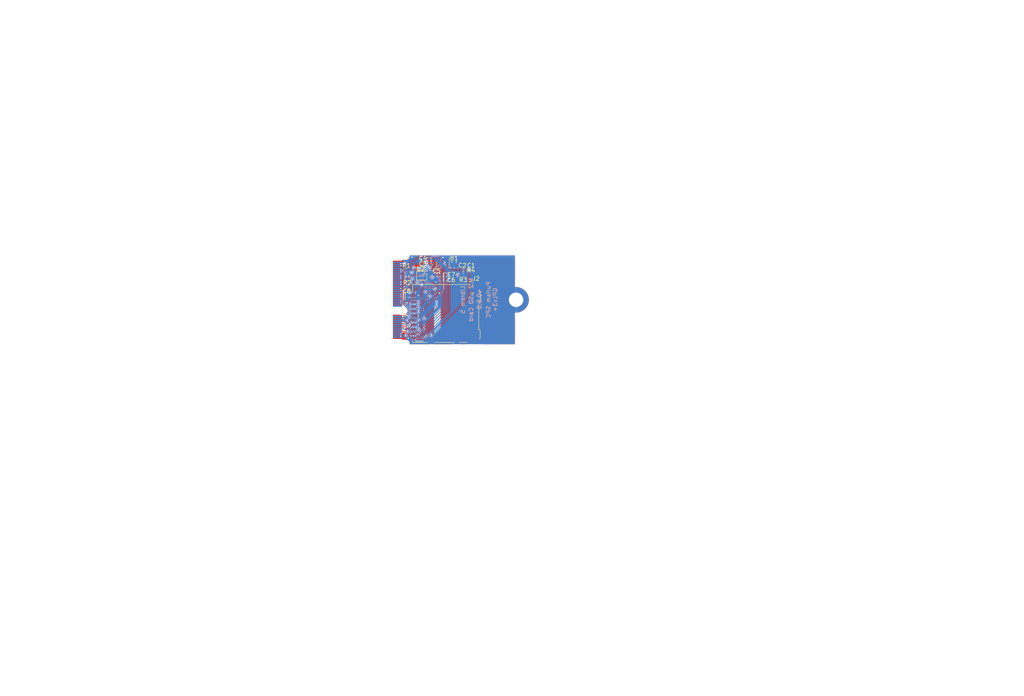
<source format=kicad_pcb>
(kicad_pcb (version 20240108) (generator "pcbnew") (generator_version "8.0")
  (title_block (title "M.2 SD Card") (date "2023-05-11") (rev "v0.5.0") (company "Purism SPC") (comment 1 "GNU GPLv3+"))
  (layers (0 "F.Cu" signal) (1 "In1.Cu" signal) (2 "In2.Cu" signal) (31 "B.Cu" signal) (34 "B.Paste" user) (35 "F.Paste" user) (36 "B.SilkS" user "B.Silkscreen") (37 "F.SilkS" user "F.Silkscreen") (38 "B.Mask" user) (39 "F.Mask" user) (44 "Edge.Cuts" user))
  (net 0 "")
  (net 1 "+3V3")
  (net 2 "GND")
  (net 3 "/USB_DP")
  (net 4 "/USB_DN")
  (net 5 "/SDIO_CLK")
  (net 6 "/SDIO_CMD")
  (net 7 "/~{SDIO_WAKE}")
  (net 8 "/~{SDIO_RST}")
  (net 9 "Net-(U2-VCCB)")
  (net 24 "/I2S_TXC")
  (net 25 "/I2S_TXFS")
  (net 26 "/BT_WAKE")
  (net 27 "/SoC_UART_RX")
  (net 28 "/SoC_UART_TX")
  (net 29 "/UART_RTS")
  (net 30 "/UART_CTS")
  (net 39 "/BT_REG_ON")
  (net 40 "/WIFI_REG_ON")
  (net 49 "/SDIO_DATA0")
  (net 50 "/SDIO_DATA1")
  (net 51 "/SDIO_DATA2")
  (net 52 "/I2S_RXD")
  (net 53 "/I2S_TXD")
  (net 54 "/SDIO_DATA3")
  (net 55 "+1V8")
  (net 57 "Net-(J2-DAT2)")
  (net 58 "Net-(J2-DAT3{slash}CD)")
  (net 59 "Net-(J2-CMD)")
  (net 60 "Net-(J2-CLK)")
  (net 61 "Net-(J2-DAT0)")
  (net 62 "Net-(J2-DAT1)")
  (net 63 "Net-(U2-CLK_FB)")
  (net 64 "Net-(U2-SEL)")
  (net 65 "Net-(U2-CD)")
  (footprint "Capacitor_SMD:C_0402_1005Metric" (layer "F.Cu") (at 133.4 87.3 90)
    (property "Reference" "C2")
    (property "Value" "100nF" (hide yes))
  )
  (footprint "Capacitor_SMD:C_0402_1005Metric" (layer "F.Cu") (at 131.3 88.9)
    (property "Reference" "C7")
    (property "Value" "22uF" (hide yes))
  )
  (footprint "Capacitor_SMD:C_0402_1005Metric" (layer "F.Cu") (at 122.5 94.455 90)
    (property "Reference" "C8")
    (property "Value" "100nF" (hide yes))
  )
  (footprint "m2-sd-card:M.2_Mounting_Hole" (layer "F.Cu") (at 148.85 95 90)
    (property "Reference" "H1" (hide yes))
    (property "Value" "MountingHole_Pad" (hide yes))
  )
  (footprint "m2-sd-card:M.2_Key_E_Gold_Fingers" (layer "F.Cu") (at 120 95 -90)
    (property "Reference" "J1" (hide yes))
    (property "Value" "M.2_Key_E" (hide yes))
  )
  (footprint "Capacitor_SMD:C_0402_1005Metric" (layer "F.Cu") (at 131.3 89.9)
    (property "Reference" "C6")
    (property "Value" "22uF" (hide yes))
  )
  (footprint "Package_TO_SOT_SMD:SOT-23" (layer "F.Cu") (at 131.2 86.4 -90)
    (property "Reference" "U1")
    (property "Value" "AP2120N-1.8" (hide yes))
  )
  (footprint "Connector_Card:microSD_HC_Hirose_DM3AT-SF-PEJM5" (layer "F.Cu") (at 131.8 98.3 90)
    (property "Reference" "J2")
    (property "Value" "Micro_SD_Card_Det2" (hide yes))
  )
  (footprint "Capacitor_SMD:C_0402_1005Metric" (layer "F.Cu") (at 134.4 87.3 90)
    (property "Reference" "C1")
    (property "Value" "1uF" (hide yes))
  )
  (footprint "Resistor_SMD:R_0402_1005Metric" (layer "F.Cu") (at 136.1 89)
    (property "Reference" "R3")
    (property "Value" "0" (hide yes))
  )
  (footprint "m2-sd-card:MicroSD" (layer "F.Cu") (at 131.8 98.3 90)
    (property "Reference" "REF**" (hide yes))
    (property "Value" "MicroSD" (hide yes))
  )
  (footprint "Fiducial:Fiducial_0.5mm_Mask1mm" (layer "F.Cu") (at 147 104)
    (property "Reference" "FID3" (hide yes))
    (property "Value" "Fiducial" (hide yes))
  )
  (footprint "Fiducial:Fiducial_0.5mm_Mask1mm" (layer "F.Cu") (at 137 85.5)
    (property "Reference" "FID1" (hide yes))
    (property "Value" "Fiducial" (hide yes))
  )
  (footprint "m2-sd-card:NVT4857UK" (layer "F.Cu") (at 126.1 89.2 -90)
    (property "Reference" "U2")
    (property "Value" "NVT4857UK" (hide yes))
  )
  (footprint "Resistor_SMD:R_0402_1005Metric" (layer "F.Cu") (at 136.1 87.78)
    (property "Reference" "R4")
    (property "Value" "100k" (hide yes))
  )
  (footprint "Resistor_SMD:R_0402_1005Metric" (layer "F.Cu") (at 122.4 87.9)
    (property "Reference" "R1")
    (property "Value" "0" (hide yes))
  )
  (footprint "Fiducial:Fiducial_0.5mm_Mask1mm" (layer "F.Cu") (at 142.5 96)
    (property "Reference" "FID2" (hide yes))
    (property "Value" "Fiducial" (hide yes))
  )
  (footprint "Capacitor_SMD:C_0402_1005Metric" (layer "F.Cu") (at 129.469 89.4 -90)
    (property "Reference" "C5")
    (property "Value" "2.2uF" (hide yes))
  )
  (footprint "Resistor_SMD:R_0402_1005Metric" (layer "F.Cu") (at 122.6 89.4 90)
    (property "Reference" "R2")
    (property "Value" "0" (hide yes))
  )
  (footprint "Capacitor_SMD:C_0402_1005Metric" (layer "F.Cu") (at 128.4 85.3 180)
    (property "Reference" "C4")
    (property "Value" "1uF" (hide yes))
  )
  (footprint "Capacitor_SMD:C_0402_1005Metric" (layer "F.Cu") (at 128.5 86.8 135)
    (property "Reference" "C3")
    (property "Value" "100nF" (hide yes))
  )
  (gr_line (start 122.85 84.575) (end 122.85 84) (stroke (width 0.05)) (layer "Edge.Cuts"))
  (gr_line (start 118.85 97.025) (end 121.75 97.025) (stroke (width 0.05)) (layer "Edge.Cuts"))
  (gr_arc (start 122.85 84.575) (mid 122.703553 84.928553) (end 122.35 85.075) (stroke (width 0.05)) (layer "Edge.Cuts"))
  (gr_line (start 118.85 85.075) (end 118.85 97.025) (stroke (width 0.05)) (layer "Edge.Cuts"))
  (gr_line (start 122.85 105.425) (end 122.85 106) (stroke (width 0.05)) (layer "Edge.Cuts"))
  (gr_arc (start 121.75 97.025) (mid 122.35 97.625) (end 121.75 98.225) (stroke (width 0.05)) (layer "Edge.Cuts"))
  (gr_line (start 118.85 85.075) (end 122.35 85.075) (stroke (width 0.05)) (layer "Edge.Cuts"))
  (gr_line (start 118.85 98.225) (end 118.85 104.925) (stroke (width 0.05)) (layer "Edge.Cuts"))
  (gr_line (start 148.85 106) (end 148.85 84) (stroke (width 0.05)) (layer "Edge.Cuts"))
  (gr_line (start 122.35 104.925) (end 118.85 104.925) (stroke (width 0.05)) (layer "Edge.Cuts"))
  (gr_line (start 148.85 84) (end 122.85 84) (stroke (width 0.05)) (layer "Edge.Cuts"))
  (gr_line (start 122.85 106) (end 148.85 106) (stroke (width 0.05)) (layer "Edge.Cuts"))
  (gr_line (start 121.75 98.225) (end 118.85 98.225) (stroke (width 0.05)) (layer "Edge.Cuts"))
  (gr_arc (start 122.35 104.925) (mid 122.703553 105.071447) (end 122.85 105.425) (stroke (width 0.05)) (layer "Edge.Cuts"))
  (gr_text "Purism SPC\nGPLv3+" (at 143 95 90) (layer "B.SilkS") (effects (font (size 1 1)) (justify mirror)))
  (gr_text "M.2 μSD Card" (at 138 95 90) (layer "B.SilkS") (effects (font (size 1 1)) (justify mirror)))
  (gr_text "v0.5.0" (at 140 95 90) (layer "B.SilkS") (effects (font (size 1 1)) (justify mirror)))
  (gr_text "Librem 5" (at 136 95 90) (layer "B.SilkS") (effects (font (size 1 1)) (justify mirror)))
  (gr_text "E" (at 122 98.75 270) (layer "F.SilkS") (effects (font (size 1 1))))
  (segment (start 125.5 94.8) (end 125.9 95.2) (width 0.203321) (layer "F.Cu") (net 1))
  (segment (start 133.6 87.78) (end 134.6 87.78) (width 0.203321) (layer "F.Cu") (net 1))
  (segment (start 125.9 98.225) (end 125.3 98.825) (width 0.203321) (layer "F.Cu") (net 1))
  (segment (start 130.82 88.9) (end 130.82 87.7175) (width 0.203321) (layer "F.Cu") (net 1))
  (segment (start 128.2 95.2) (end 130.82 92.58) (width 0.203321) (layer "F.Cu") (net 1))
  (segment (start 134.4 87.78) (end 135.59 87.78) (width 0.203321) (layer "F.Cu") (net 1))
  (segment (start 131.6425 87.78) (end 133.6 87.78) (width 0.203321) (layer "F.Cu") (net 1))
  (segment (start 125.9 95.2) (end 128.2 95.2) (width 0.203321) (layer "F.Cu") (net 1))
  (segment (start 130.82 87.7175) (end 131.2 87.3375) (width 0.203321) (layer "F.Cu") (net 1))
  (segment (start 125.3 98.825) (end 124.075 98.825) (width 0.203321) (layer "F.Cu") (net 1))
  (segment (start 122.588533 95.700631) (end 122.5 95.612098) (width 0.203321) (layer "F.Cu") (net 1))
  (segment (start 122.5 95.612098) (end 122.5 94.935) (width 0.203321) (layer "F.Cu") (net 1))
  (segment (start 130.82 88.9) (end 130.82 89.9) (width 0.203321) (layer "F.Cu") (net 1))
  (segment (start 125.9 95.2) (end 125.9 98.225) (width 0.203321) (layer "F.Cu") (net 1))
  (segment (start 126.9 89.4) (end 127.792658 89.4) (width 0.203321) (layer "F.Cu") (net 1))
  (segment (start 130.6 88.3) (end 130.82 88.52) (width 0.203321) (layer "F.Cu") (net 1))
  (segment (start 122.635 94.8) (end 125.5 94.8) (width 0.203321) (layer "F.Cu") (net 1))
  (segment (start 130.82 88.52) (end 130.82 88.9) (width 0.203321) (layer "F.Cu") (net 1))
  (segment (start 127.792658 89.4) (end 128.892658 88.3) (width 0.203321) (layer "F.Cu") (net 1))
  (segment (start 128.892658 88.3) (end 130.6 88.3) (width 0.203321) (layer "F.Cu") (net 1))
  (segment (start 122.5 94.935) (end 122.635 94.8) (width 0.203321) (layer "F.Cu") (net 1))
  (segment (start 130.82 89.9) (end 130.82 92.58) (width 0.203321) (layer "F.Cu") (net 1))
  (segment (start 131.2 87.3375) (end 131.6425 87.78) (width 0.203321) (layer "F.Cu") (net 1))
  (via (at 130.328076 93.394033) (size 0.7) (drill 0.3) (layers "F.Cu" "B.Cu") (net 1))
  (via (at 122.588533 95.700631) (size 0.7) (drill 0.3) (layers "F.Cu" "B.Cu") (net 1))
  (via (at 122.2306 103.597973) (size 0.6) (drill 0.254) (layers "F.Cu" "B.Cu") (net 1))
  (via (at 125.3 98.825) (size 0.7) (drill 0.3) (layers "F.Cu" "B.Cu") (net 1))
  (via (at 121.92 86.25) (size 0.7) (drill 0.3) (layers "F.Cu" "B.Cu") (net 1))
  (segment (start 120.25 104) (end 121.828573 104) (width 0.203321) (layer "B.Cu") (net 1))
  (segment (start 120.25 86.5) (end 121.67 86.5) (width 0.203321) (layer "B.Cu") (net 1))
  (segment (start 122.132627 103.5) (end 122.2306 103.597973) (width 0.203321) (layer "B.Cu") (net 1))
  (segment (start 121.67 86.5) (end 121.92 86.25) (width 0.203321) (layer "B.Cu") (net 1))
  (segment (start 121.67 86) (end 121.92 86.25) (width 0.203321) (layer "B.Cu") (net 1))
  (segment (start 120.25 86) (end 121.67 86) (width 0.203321) (layer "B.Cu") (net 1))
  (segment (start 121.828573 104) (end 122.2306 103.597973) (width 0.203321) (layer "B.Cu") (net 1))
  (segment (start 120.25 103.5) (end 122.132627 103.5) (width 0.203321) (layer "B.Cu") (net 1))
  (segment (start 121.6 104) (end 121.850334 104.250334) (width 0.203321) (layer "F.Cu") (net 2))
  (segment (start 120 102.75) (end 121.05 102.75) (width 0.203321) (layer "F.Cu") (net 2))
  (segment (start 121.35 104.25) (end 120 104.25) (width 0.203321) (layer "F.Cu") (net 2))
  (segment (start 121.6 104) (end 121.35 104.25) (width 0.203321) (layer "F.Cu") (net 2))
  (segment (start 121.6 103.3) (end 121.6 104) (width 0.203321) (layer "F.Cu") (net 2))
  (segment (start 120 96.25) (end 121.071 96.25) (width 0.203321) (layer "F.Cu") (net 2))
  (segment (start 121.05 102.75) (end 121.6 103.3) (width 0.203321) (layer "F.Cu") (net 2))
  (segment (start 123.875 101.025) (end 123.1 101.8) (width 0.203321) (layer "F.Cu") (net 2))
  (segment (start 124.075 101.025) (end 123.875 101.025) (width 0.203321) (layer "F.Cu") (net 2))
  (segment (start 121.071 96.25) (end 121.169679 96.151321) (width 0.203321) (layer "F.Cu") (net 2))
  (segment (start 120 94.75) (end 121.17 94.75) (width 0.203321) (layer "F.Cu") (net 2))
  (segment (start 124.075 101.025) (end 123.825 101.025) (width 0.203321) (layer "F.Cu") (net 2))
  (segment (start 121.850334 104.250334) (end 122.865172 104.250334) (width 0.203321) (layer "F.Cu") (net 2))
  (segment (start 128.8625 105.6125) (end 129.6 105.6125) (width 0.175) (layer "F.Cu") (net 2))
  (segment (start 120 93.25) (end 121.17 93.25) (width 0.203321) (layer "F.Cu") (net 2))
  (segment (start 127.92 86.22) (end 128.160589 86.460589) (width 0.508) (layer "F.Cu") (net 2))
  (segment (start 123.4 100.6) (end 123.056617 100.256617) (width 0.203321) (layer "F.Cu") (net 2))
  (segment (start 121.169679 92.569679) (end 121.169679 96.151321) (width 0.203321) (layer "F.Cu") (net 2))
  (segment (start 127.8875 105.6125) (end 127.2 105.6125) (width 0.175) (layer "F.Cu") (net 2))
  (segment (start 127.92 85.3) (end 127.92 86.22) (width 0.508) (layer "F.Cu") (net 2))
  (segment (start 128.375 105.125) (end 128.8625 105.6125) (width 0.175) (layer "F.Cu") (net 2))
  (segment (start 123.825 101.025) (end 123.4 100.6) (width 0.203321) (layer "F.Cu") (net 2))
  (segment (start 128.375 105.125) (end 127.8875 105.6125) (width 0.175) (layer "F.Cu") (net 2))
  (via (at 125.3 101.025) (size 0.7) (drill 0.3) (layers "F.Cu" "B.Cu") (net 2))
  (via (at 125.3 93.975) (size 0.7) (drill 0.3) (layers "F.Cu" "B.Cu") (net 2))
  (via (at 122.865172 104.250334) (size 0.7) (drill 0.3) (layers "F.Cu" "B.Cu") (net 2))
  (via (at 134.4 85.9) (size 0.7) (drill 0.3) (layers "F.Cu" "B.Cu") (net 2))
  (via micro (at 126.1 89) (size 0.221) (drill 0.1016) (layers "F.Cu" "In1.Cu") (net 2))
  (via (at 122.7 93.2) (size 0.7) (drill 0.3) (layers "F.Cu" "B.Cu") (net 2))
  (via (at 132.7 88.9) (size 0.7) (drill 0.3) (layers "F.Cu" "B.Cu") (net 2))
  (via (at 131.2 84.8) (size 0.7) (drill 0.3) (layers "F.Cu" "B.Cu") (net 2))
  (via (at 126.02334 85.249869) (size 0.7) (drill 0.3) (layers "F.Cu" "B.Cu") (net 2))
  (via (at 129.469 90.694564) (size 0.7) (drill 0.3) (layers "F.Cu" "B.Cu") (net 2))
  (via (at 133.4 85.9) (size 0.7) (drill 0.3) (layers "F.Cu" "B.Cu") (net 2))
  (via (at 132.7 89.9) (size 0.7) (drill 0.3) (layers "F.Cu" "B.Cu") (net 2))
  (via (at 123.8 84.74973) (size 0.7) (drill 0.3) (layers "F.Cu" "B.Cu") (net 2))
  (via micro (at 126.1 89.4) (size 0.221) (drill 0.1016) (layers "F.Cu" "In1.Cu") (net 2))
  (via (at 121.841924 91.893193) (size 0.6) (drill 0.254) (layers "F.Cu" "B.Cu") (net 2))
  (via (at 123.6 91) (size 0.7) (drill 0.3) (layers "F.Cu" "B.Cu") (net 2))
  (via (at 133.4 84.8) (size 0.7) (drill 0.3) (layers "F.Cu" "B.Cu") (net 2))
  (segment (start 120 102.25) (end 121.15 102.25) (width 0.203321) (layer "F.Cu") (net 5))
  (segment (start 121.15 102.25) (end 121.584732 102.684732) (width 0.203321) (layer "F.Cu") (net 5))
  (segment (start 121.584732 102.684732) (end 122.698486 102.684732) (width 0.203321) (layer "F.Cu") (net 5))
  (via micro (at 125.7 89) (size 0.221) (drill 0.1016) (layers "F.Cu" "In1.Cu") (net 5))
  (via (at 123.718427 88.331635) (size 0.7) (drill 0.3) (layers "F.Cu" "B.Cu") (net 5))
  (via (at 122.698486 102.684732) (size 0.6) (drill 0.254) (layers "F.Cu" "B.Cu") (net 5))
  (segment (start 123.6 88.213208) (end 123.6 87) (width 0.203321) (layer "B.Cu") (net 5))
  (segment (start 132 90.2) (end 132.8 91) (width 0.203321) (layer "B.Cu") (net 5))
  (segment (start 124.316566 104.8) (end 122.698486 103.18192) (width 0.203321) (layer "B.Cu") (net 5))
  (segment (start 127.546706 103.053294) (end 127.546706 103.506087) (width 0.203321) (layer "B.Cu") (net 5))
  (segment (start 128.95 85.3) (end 132 88.35) (width 0.203321) (layer "B.Cu") (net 5))
  (segment (start 122.698486 103.18192) (end 122.698486 102.684732) (width 0.203321) (layer "B.Cu") (net 5))
  (segment (start 123.6 87) (end 124.2 86.4) (width 0.203321) (layer "B.Cu") (net 5))
  (segment (start 126.252793 104.8) (end 124.316566 104.8) (width 0.203321) (layer "B.Cu") (net 5))
  (segment (start 132 88.35) (end 132 90.2) (width 0.203321) (layer "B.Cu") (net 5))
  (segment (start 124.2 86.4) (end 125.704834 86.4) (width 0.203321) (layer "B.Cu") (net 5))
  (segment (start 126.804834 85.3) (end 128.95 85.3) (width 0.203321) (layer "B.Cu") (net 5))
  (segment (start 123.718427 88.331635) (end 123.6 88.213208) (width 0.203321) (layer "B.Cu") (net 5))
  (segment (start 132.8 97.8) (end 127.546706 103.053294) (width 0.203321) (layer "B.Cu") (net 5))
  (segment (start 125.704834 86.4) (end 126.804834 85.3) (width 0.203321) (layer "B.Cu") (net 5))
  (segment (start 127.546706 103.506087) (end 126.252793 104.8) (width 0.203321) (layer "B.Cu") (net 5))
  (segment (start 132.8 91) (end 132.8 97.8) (width 0.203321) (layer "B.Cu") (net 5))
  (segment (start 121.868866 101.997256) (end 121.62161 101.75) (width 0.203321) (layer "F.Cu") (net 6))
  (segment (start 127 86.2) (end 126.1 87.1) (width 0.203321) (layer "F.Cu") (net 6))
  (segment (start 127 85.923183) (end 127 86.2) (width 0.203321) (layer "F.Cu") (net 6))
  (segment (start 121.62161 101.75) (end 120 101.75) (width 0.203321) (layer "F.Cu") (net 6))
  (segment (start 126.1 87.1) (end 126.1 88.6) (width 0.203321) (layer "F.Cu") (net 6))
  (via (at 127 85.923183) (size 0.7) (drill 0.3) (layers "F.Cu" "B.Cu") (net 6))
  (via (at 121.868866 101.997256) (size 0.6) (drill 0.254) (layers "F.Cu" "B.Cu") (net 6))
  (segment (start 128.873183 85.923183) (end 127 85.923183) (width 0.203321) (layer "B.Cu") (net 6))
  (segment (start 127.216385 103.244339) (end 127.216385 102.653594) (width 0.203321) (layer "B.Cu") (net 6))
  (segment (start 121.868866 101.997256) (end 121.96042 102.08881) (width 0.203321) (layer "B.Cu") (net 6))
  (segment (start 124.446353 104.385667) (end 126.075057 104.385667) (width 0.203321) (layer "B.Cu") (net 6))
  (segment (start 131.569617 90.336921) (end 131.569617 88.619617) (width 0.203321) (layer "B.Cu") (net 6))
  (segment (start 132.38004 91.147344) (end 131.569617 90.336921) (width 0.203321) (layer "B.Cu") (net 6))
  (segment (start 122.88881 102.08881) (end 123.233531 102.433531) (width 0.203321) (layer "B.Cu") (net 6))
  (segment (start 126.075057 104.385667) (end 127.216385 103.244339) (width 0.203321) (layer "B.Cu") (net 6))
  (segment (start 127.216385 102.653594) (end 132.38004 97.489939) (width 0.203321) (layer "B.Cu") (net 6))
  (segment (start 123.233531 102.433531) (end 123.233531 103.172845) (width 0.203321) (layer "B.Cu") (net 6))
  (segment (start 123.233531 103.172845) (end 124.446353 104.385667) (width 0.203321) (layer "B.Cu") (net 6))
  (segment (start 132.38004 97.489939) (end 132.38004 91.147344) (width 0.203321) (layer "B.Cu") (net 6))
  (segment (start 121.96042 102.08881) (end 122.88881 102.08881) (width 0.203321) (layer "B.Cu") (net 6))
  (segment (start 131.569617 88.619617) (end 128.873183 85.923183) (width 0.203321) (layer "B.Cu") (net 6))
  (segment (start 122.6 90.694773) (end 122.738048 90.832821) (width 0.203321) (layer "F.Cu") (net 7))
  (segment (start 123.110933 97.061282) (end 123.110933 98.188718) (width 0.203321) (layer "F.Cu") (net 7))
  (segment (start 122.738048 90.832821) (end 122.738048 92.312632) (width 0.203321) (layer "F.Cu") (net 7))
  (segment (start 122.049651 99.25) (end 120 99.25) (width 0.203321) (layer "F.Cu") (net 7))
  (segment (start 122.6 89.91) (end 122.6 90.694773) (width 0.203321) (layer "F.Cu") (net 7))
  (segment (start 121.9 93.15068) (end 121.9 95.850349) (width 0.203321) (layer "F.Cu") (net 7))
  (segment (start 123.110933 98.188718) (end 122.049651 99.25) (width 0.203321) (layer "F.Cu") (net 7))
  (segment (start 122.738048 92.312632) (end 121.9 93.15068) (width 0.203321) (layer "F.Cu") (net 7))
  (segment (start 121.9 95.850349) (end 123.110933 97.061282) (width 0.203321) (layer "F.Cu") (net 7))
  (segment (start 120 98.75) (end 122.057505 98.75) (width 0.203321) (layer "F.Cu") (net 8))
  (segment (start 122.762933 98.044572) (end 122.762933 97.205428) (width 0.203321) (layer "F.Cu") (net 8))
  (segment (start 122.407727 92.112381) (end 122.407727 91.017727) (width 0.203321) (layer "F.Cu") (net 8))
  (segment (start 121.5 93.020108) (end 122.407727 92.112381) (width 0.203321) (layer "F.Cu") (net 8))
  (segment (start 121.5 95.942495) (end 121.5 93.020108) (width 0.203321) (layer "F.Cu") (net 8))
  (segment (start 122.762933 97.205428) (end 121.5 95.942495) (width 0.203321) (layer "F.Cu") (net 8))
  (segment (start 122.407727 91.017727) (end 121.89 90.5) (width 0.203321) (layer "F.Cu") (net 8))
  (segment (start 122.057505 98.75) (end 122.762933 98.044572) (width 0.203321) (layer "F.Cu") (net 8))
  (segment (start 121.89 90.5) (end 121.89 87.9) (width 0.203321) (layer "F.Cu") (net 8))
  (segment (start 129.469 88.92) (end 129.28 88.92) (width 0.203321) (layer "F.Cu") (net 9))
  (segment (start 129.28 88.92) (end 128.7 89.5) (width 0.203321) (layer "F.Cu") (net 9))
  (segment (start 128.7 89.5) (end 128.6 89.5) (width 0.203321) (layer "F.Cu") (net 9))
  (via (at 128.6 89.5) (size 0.7) (drill 0.3) (layers "F.Cu" "B.Cu") (net 9))
  (via micro (at 126.5 89.4) (size 0.221) (drill 0.1016) (layers "F.Cu" "In1.Cu") (net 9))
  (segment (start 128.412817 103.494685) (end 127.505315 103.494685) (width 0.203321) (layer "F.Cu") (net 26))
  (segment (start 127.505315 103.494685) (end 126.825 104.175) (width 0.203321) (layer "F.Cu") (net 26))
  (segment (start 126.825 104.175) (end 124.075 104.175) (width 0.203321) (layer "F.Cu") (net 26))
  (segment (start 136.61 87.78) (end 136.61 88.4) (width 0.203321) (layer "F.Cu") (net 26))
  (segment (start 136.61 88.4) (end 136.61 89) (width 0.203321) (layer "F.Cu") (net 26))
  (segment (start 136.61 87.78) (end 137.5 87.78) (width 0.203321) (layer "F.Cu") (net 26))
  (via (at 137.5 87.78) (size 0.7) (drill 0.3) (layers "F.Cu" "B.Cu") (net 26))
  (via (at 128.412817 103.494685) (size 0.7) (drill 0.3) (layers "F.Cu" "B.Cu") (net 26))
  (segment (start 122 94.846111) (end 122 92.9) (width 0.203321) (layer "B.Cu") (net 26))
  (segment (start 121.746111 95.1) (end 122 94.846111) (width 0.203321) (layer "B.Cu") (net 26))
  (segment (start 123.91151 85.5) (end 124.425 85.5) (width 0.203321) (layer "B.Cu") (net 26))
  (segment (start 120.25 99.5) (end 121.398028 99.5) (width 0.203321) (layer "B.Cu") (net 26))
  (segment (start 137.5 94.407502) (end 137.5 87.78) (width 0.203321) (layer "B.Cu") (net 26))
  (segment (start 122.5 92.4) (end 122.5 91.788525) (width 0.203321) (layer "B.Cu") (net 26))
  (segment (start 130.166101 84.666101) (end 133.28 87.78) (width 0.203321) (layer "B.Cu") (net 26))
  (segment (start 122.5 91.788525) (end 122.180269 91.468794) (width 0.203321) (layer "B.Cu") (net 26))
  (segment (start 121.746111 96.146111) (end 121.746111 95.1) (width 0.203321) (layer "B.Cu") (net 26))
  (segment (start 122.764932 98.133096) (end 122.764932 97.164932) (width 0.203321) (layer "B.Cu") (net 26))
  (segment (start 125.258899 84.666101) (end 130.166101 84.666101) (width 0.203321) (layer "B.Cu") (net 26))
  (segment (start 128.412817 103.494685) (end 137.5 94.407502) (width 0.203321) (layer "B.Cu") (net 26))
  (segment (start 124.425 85.5) (end 125.258899 84.666101) (width 0.203321) (layer "B.Cu") (net 26))
  (segment (start 122.8084 86.980882) (end 122.8084 86.60311) (width 0.203321) (layer "B.Cu") (net 26))
  (segment (start 122.8084 86.60311) (end 123.91151 85.5) (width 0.203321) (layer "B.Cu") (net 26))
  (segment (start 133.28 87.78) (end 137.5 87.78) (width 0.203321) (layer "B.Cu") (net 26))
  (segment (start 122.180269 87.609013) (end 122.8084 86.980882) (width 0.203321) (layer "B.Cu") (net 26))
  (segment (start 122.180269 91.468794) (end 122.180269 87.609013) (width 0.203321) (layer "B.Cu") (net 26))
  (segment (start 122.764932 97.164932) (end 121.746111 96.146111) (width 0.203321) (layer "B.Cu") (net 26))
  (segment (start 121.398028 99.5) (end 122.764932 98.133096) (width 0.203321) (layer "B.Cu") (net 26))
  (segment (start 122 92.9) (end 122.5 92.4) (width 0.203321) (layer "B.Cu") (net 26))
  (segment (start 125.7 87.719814) (end 125.7 88.6) (width 0.203321) (layer "F.Cu") (net 49))
  (segment (start 121.485215 101.25) (end 120 101.25) (width 0.203321) (layer "F.Cu") (net 49))
  (segment (start 122.766335 101.386733) (end 121.621948 101.386733) (width 0.203321) (layer "F.Cu") (net 49))
  (segment (start 121.621948 101.386733) (end 121.485215 101.25) (width 0.203321) (layer "F.Cu") (net 49))
  (segment (start 125.360859 87.380673) (end 125.7 87.719814) (width 0.203321) (layer "F.Cu") (net 49))
  (via (at 122.766335 101.386733) (size 0.6) (drill 0.254) (layers "F.Cu" "B.Cu") (net 49))
  (via (at 125.360859 87.380673) (size 0.7) (drill 0.3) (layers "F.Cu" "B.Cu") (net 49))
  (segment (start 131.154568 90.441253) (end 131.154568 88.954568) (width 0.203321) (layer "B.Cu") (net 49))
  (segment (start 132 91.286685) (end 131.154568 90.441253) (width 0.203321) (layer "B.Cu") (net 49))
  (segment (start 126.022244 103.971336) (end 126.886064 103.107516) (width 0.203321) (layer "B.Cu") (net 49))
  (segment (start 126.886064 102.334489) (end 132 97.220553) (width 0.203321) (layer "B.Cu") (net 49))
  (segment (start 123.606789 102.339645) (end 123.606789 102.943128) (width 0.203321) (layer "B.Cu") (net 49))
  (segment (start 126.886064 103.107516) (end 126.886064 102.334489) (width 0.203321) (layer "B.Cu") (net 49))
  (segment (start 123.606789 102.943128) (end 124.634997 103.971336) (width 0.203321) (layer "B.Cu") (net 49))
  (segment (start 122.766335 101.386733) (end 122.766335 101.499191) (width 0.203321) (layer "B.Cu") (net 49))
  (segment (start 126.240189 86.501343) (end 125.360859 87.380673) (width 0.203321) (layer "B.Cu") (net 49))
  (segment (start 122.766335 101.499191) (end 123.606789 102.339645) (width 0.203321) (layer "B.Cu") (net 49))
  (segment (start 124.634997 103.971336) (end 126.022244 103.971336) (width 0.203321) (layer "B.Cu") (net 49))
  (segment (start 131.154568 88.954568) (end 128.701343 86.501343) (width 0.203321) (layer "B.Cu") (net 49))
  (segment (start 132 97.220553) (end 132 91.286685) (width 0.203321) (layer "B.Cu") (net 49))
  (segment (start 128.701343 86.501343) (end 126.240189 86.501343) (width 0.203321) (layer "B.Cu") (net 49))
  (segment (start 121.870744 100.75) (end 121.937158 100.816414) (width 0.203321) (layer "F.Cu") (net 50))
  (segment (start 120 100.75) (end 121.870744 100.75) (width 0.203321) (layer "F.Cu") (net 50))
  (segment (start 124.222538 87.522538) (end 125.3 88.6) (width 0.203321) (layer "F.Cu") (net 50))
  (segment (start 124.222538 87.292183) (end 124.222538 87.522538) (width 0.203321) (layer "F.Cu") (net 50))
  (via (at 124.222538 87.292183) (size 0.7) (drill 0.3) (layers "F.Cu" "B.Cu") (net 50))
  (via (at 121.937158 100.816414) (size 0.6) (drill 0.254) (layers "F.Cu" "B.Cu") (net 50))
  (segment (start 122.992662 100.816414) (end 123.397703 101.221455) (width 0.203321) (layer "B.Cu") (net 50))
  (segment (start 126.555743 101.997509) (end 131.6 96.953252) (width 0.203321) (layer "B.Cu") (net 50))
  (segment (start 131.6 91.441639) (end 130.739794 90.581433) (width 0.203321) (layer "B.Cu") (net 50))
  (segment (start 124.808352 103.599999) (end 125.851399 103.599999) (width 0.203321) (layer "B.Cu") (net 50))
  (segment (start 125.459174 88.1) (end 125.030355 88.1) (width 0.203321) (layer "B.Cu") (net 50))
  (segment (start 128.34691 86.84691) (end 126.361766 86.84691) (width 0.203321) (layer "B.Cu") (net 50))
  (segment (start 131.6 96.953252) (end 131.6 91.441639) (width 0.203321) (layer "B.Cu") (net 50))
  (segment (start 130.739794 90.581433) (end 130.739794 89.239794) (width 0.203321) (layer "B.Cu") (net 50))
  (segment (start 123.397703 101.624135) (end 123.982703 102.209135) (width 0.203321) (layer "B.Cu") (net 50))
  (segment (start 123.982703 102.77435) (end 124.808352 103.599999) (width 0.203321) (layer "B.Cu") (net 50))
  (segment (start 126 87.208676) (end 126 87.559174) (width 0.203321) (layer "B.Cu") (net 50))
  (segment (start 126.361766 86.84691) (end 126 87.208676) (width 0.203321) (layer "B.Cu") (net 50))
  (segment (start 123.397703 101.221455) (end 123.397703 101.624135) (width 0.203321) (layer "B.Cu") (net 50))
  (segment (start 121.937158 100.816414) (end 122.992662 100.816414) (width 0.203321) (layer "B.Cu") (net 50))
  (segment (start 125.030355 88.1) (end 124.222538 87.292183) (width 0.203321) (layer "B.Cu") (net 50))
  (segment (start 126.555743 102.895655) (end 126.555743 101.997509) (width 0.203321) (layer "B.Cu") (net 50))
  (segment (start 123.982703 102.209135) (end 123.982703 102.77435) (width 0.203321) (layer "B.Cu") (net 50))
  (segment (start 125.851399 103.599999) (end 126.555743 102.895655) (width 0.203321) (layer "B.Cu") (net 50))
  (segment (start 130.739794 89.239794) (end 128.34691 86.84691) (width 0.203321) (layer "B.Cu") (net 50))
  (segment (start 126 87.559174) (end 125.459174 88.1) (width 0.203321) (layer "B.Cu") (net 50))
  (segment (start 128.013172 87.469186) (end 128.013172 87.486828) (width 0.203321) (layer "F.Cu") (net 51))
  (segment (start 122.562216 100.00338) (end 122.315596 100.25) (width 0.203321) (layer "F.Cu") (net 51))
  (segment (start 122.315596 100.25) (end 120 100.25) (width 0.203321) (layer "F.Cu") (net 51))
  (segment (start 128.013172 87.486828) (end 126.9 88.6) (width 0.203321) (layer "F.Cu") (net 51))
  (via (at 128.013172 87.469186) (size 0.7) (drill 0.3) (layers "F.Cu" "B.Cu") (net 51))
  (via (at 122.562216 100.00338) (size 0.6) (drill 0.254) (layers "F.Cu" "B.Cu") (net 51))
  (segment (start 130.332587 89.567413) (end 128.234359 87.469186) (width 0.203321) (layer "B.Cu") (net 51))
  (segment (start 125.757326 103.142674) (end 126.225422 102.674578) (width 0.203321) (layer "B.Cu") (net 51))
  (segment (start 130.332587 90.732587) (end 130.332587 89.567413) (width 0.203321) (layer "B.Cu") (net 51))
  (segment (start 123.785289 101.544577) (end 124.342686 102.101974) (width 0.203321) (layer "B.Cu") (net 51))
  (segment (start 122.562216 100.00338) (end 123.00338 100.00338) (width 0.203321) (layer "B.Cu") (net 51))
  (segment (start 131.2 96.7) (end 131.2 91.6) (width 0.203321) (layer "B.Cu") (net 51))
  (segment (start 123.785289 100.785289) (end 123.785289 101.544577) (width 0.203321) (layer "B.Cu") (net 51))
  (segment (start 126.225422 102.674578) (end 126.225422 101.674578) (width 0.203321) (layer "B.Cu") (net 51))
  (segment (start 131.2 91.6) (end 130.332587 90.732587) (width 0.203321) (layer "B.Cu") (net 51))
  (segment (start 124.342686 102.610828) (end 124.874532 103.142674) (width 0.203321) (layer "B.Cu") (net 51))
  (segment (start 126.225422 101.674578) (end 131.2 96.7) (width 0.203321) (layer "B.Cu") (net 51))
  (segment (start 123.00338 100.00338) (end 123.785289 100.785289) (width 0.203321) (layer "B.Cu") (net 51))
  (segment (start 124.342686 102.101974) (end 124.342686 102.610828) (width 0.203321) (layer "B.Cu") (net 51))
  (segment (start 124.874532 103.142674) (end 125.757326 103.142674) (width 0.203321) (layer "B.Cu") (net 51))
  (segment (start 128.234359 87.469186) (end 128.013172 87.469186) (width 0.203321) (layer "B.Cu") (net 51))
  (segment (start 122.7 99.1) (end 122.98 99.1) (width 0.203321) (layer "F.Cu") (net 54))
  (segment (start 122.05 99.75) (end 122.7 99.1) (width 0.203321) (layer "F.Cu") (net 54))
  (segment (start 126.926503 87.7) (end 126.5 88.126503) (width 0.203321) (layer "F.Cu") (net 54))
  (segment (start 126.5 88.126503) (end 126.5 88.6) (width 0.203321) (layer "F.Cu") (net 54))
  (segment (start 120 99.75) (end 122.05 99.75) (width 0.203321) (layer "F.Cu") (net 54))
  (via (at 122.98 99.1) (size 0.6) (drill 0.254) (layers "F.Cu" "B.Cu") (net 54))
  (via (at 126.926503 87.7) (size 0.7) (drill 0.3) (layers "F.Cu" "B.Cu") (net 54))
  (segment (start 123.435691 98.706545) (end 123.2 98.942236) (width 0.203321) (layer "B.Cu") (net 54))
  (segment (start 123.395289 89.165103) (end 122.905863 89.654529) (width 0.203321) (layer "B.Cu") (net 54))
  (segment (start 126.434897 89.165103) (end 123.395289 89.165103) (width 0.203321) (layer "B.Cu") (net 54))
  (segment (start 122.905863 91.229852) (end 123.435691 91.75968) (width 0.203321) (layer "B.Cu") (net 54))
  (segment (start 126.926503 87.7) (end 126.926503 88.673497) (width 0.203321) (layer "B.Cu") (net 54))
  (segment (start 122.905863 89.654529) (end 122.905863 91.229852) (width 0.203321) (layer "B.Cu") (net 54))
  (segment (start 123.435691 91.75968) (end 123.435691 98.706545) (width 0.203321) (layer "B.Cu") (net 54))
  (segment (start 126.926503 88.673497) (end 126.434897 89.165103) (width 0.203321) (layer "B.Cu") (net 54))
  (segment (start 130.25 85.728822) (end 128.839411 87.139411) (width 0.203321) (layer "F.Cu") (net 55))
  (segment (start 130.25 85.4625) (end 130.25 85.728822) (width 0.203321) (layer "F.Cu") (net 55))
  (segment (start 126.9 89) (end 127.308866 89) (width 0.203321) (layer "F.Cu") (net 55))
  (segment (start 128.88 85.3) (end 128.88 87.098822) (width 0.203321) (layer "F.Cu") (net 55))
  (segment (start 128.839411 87.469455) (end 128.839411 87.139411) (width 0.203321) (layer "F.Cu") (net 55))
  (segment (start 127.308866 89) (end 128.839411 87.469455) (width 0.203321) (layer "F.Cu") (net 55))
  (segment (start 130.0875 85.3) (end 130.25 85.4625) (width 0.203321) (layer "F.Cu") (net 55))
  (segment (start 128.88 85.3) (end 130.0875 85.3) (width 0.203321) (layer "F.Cu") (net 55))
  (segment (start 128.88 87.098822) (end 128.839411 87.139411) (width 0.203321) (layer "F.Cu") (net 55))
  (segment (start 129.2 92.3) (end 129.2 92.1) (width 0.203321) (layer "F.Cu") (net 57))
  (segment (start 129.2 92.1) (end 126.9 89.8) (width 0.203321) (layer "F.Cu") (net 57))
  (segment (start 124.075 95.525) (end 125.3 95.525) (width 0.203321) (layer "F.Cu") (net 57))
  (via (at 129.2 92.3) (size 0.7) (drill 0.3) (layers "F.Cu" "B.Cu") (net 57))
  (via (at 125.3 95.525) (size 0.7) (drill 0.3) (layers "F.Cu" "B.Cu") (net 57))
  (segment (start 126.1 92.479936) (end 126.1 94.970815) (width 0.203321) (layer "B.Cu") (net 57))
  (segment (start 126.1 94.970815) (end 125.545815 95.525) (width 0.203321) (layer "B.Cu") (net 57))
  (segment (start 129.2 92.3) (end 128.9 92) (width 0.203321) (layer "B.Cu") (net 57))
  (segment (start 126.579936 92) (end 126.1 92.479936) (width 0.203321) (layer "B.Cu") (net 57))
  (segment (start 125.545815 95.525) (end 125.3 95.525) (width 0.203321) (layer "B.Cu") (net 57))
  (segment (start 128.9 92) (end 126.579936 92) (width 0.203321) (layer "B.Cu") (net 57))
  (segment (start 126.5 90.018765) (end 126.5 89.8) (width 0.203321) (layer "F.Cu") (net 58))
  (segment (start 124.075 96.625) (end 125.3 96.625) (width 0.203321) (layer "F.Cu") (net 58))
  (segment (start 128 94.1) (end 128 91.518765) (width 0.203321) (layer "F.Cu") (net 58))
  (segment (start 128 91.518765) (end 126.5 90.018765) (width 0.203321) (layer "F.Cu") (net 58))
  (via (at 128 94.1) (size 0.7) (drill 0.3) (layers "F.Cu" "B.Cu") (net 58))
  (via (at 125.3 96.625) (size 0.7) (drill 0.3) (layers "F.Cu" "B.Cu") (net 58))
  (segment (start 125.3 96.625) (end 125.475 96.625) (width 0.203321) (layer "B.Cu") (net 58))
  (segment (start 125.475 96.625) (end 128 94.1) (width 0.203321) (layer "B.Cu") (net 58))
  (segment (start 126.1 90.293008) (end 126.1 89.8) (width 0.203321) (layer "F.Cu") (net 59))
  (segment (start 127.033155 93.083383) (end 127.033155 91.226163) (width 0.203321) (layer "F.Cu") (net 59))
  (segment (start 124.075 97.725) (end 125.3 97.725) (width 0.203321) (layer "F.Cu") (net 59))
  (segment (start 127.033155 91.226163) (end 126.1 90.293008) (width 0.203321) (layer "F.Cu") (net 59))
  (via (at 127.033155 93.083383) (size 0.7) (drill 0.3) (layers "F.Cu" "B.Cu") (net 59))
  (via (at 125.3 97.725) (size 0.7) (drill 0.3) (layers "F.Cu" "B.Cu") (net 59))
  (segment (start 129.1 94.7) (end 126.075 97.725) (width 0.203321) (layer "B.Cu") (net 59))
  (segment (start 126.075 97.725) (end 125.3 97.725) (width 0.203321) (layer "B.Cu") (net 59))
  (segment (start 127.033155 93.083383) (end 128.783383 93.083383) (width 0.203321) (layer "B.Cu") (net 59))
  (segment (start 129.1 93.4) (end 129.1 94.7) (width 0.203321) (layer "B.Cu") (net 59))
  (segment (start 128.783383 93.083383) (end 129.1 93.4) (width 0.203321) (layer "B.Cu") (net 59))
  (segment (start 124.075 99.925) (end 125.3 99.925) (width 0.203321) (layer "F.Cu") (net 60))
  (via micro (at 125.7 89.4) (size 0.221) (drill 0.1016) (layers "F.Cu" "In1.Cu") (net 60))
  (via (at 125.3 99.925) (size 0.7) (drill 0.3) (layers "F.Cu" "B.Cu") (net 60))
  (via (at 123.8 90) (size 0.7) (drill 0.3) (layers "F.Cu" "B.Cu") (net 60))
  (segment (start 123.9 100.3) (end 123.9 99.391792) (width 0.203321) (layer "B.Cu") (net 60))
  (segment (start 124.118969 91.459691) (end 124.17866 91.4) (width 0.203321) (layer "B.Cu") (net 60))
  (segment (start 125.895101 100.520101) (end 125.895101 102.369581) (width 0.203321) (layer "B.Cu") (net 60))
  (segment (start 123.9 99.391792) (end 124.118969 99.172823) (width 0.203321) (layer "B.Cu") (net 60))
  (segment (start 124.118969 99.172823) (end 124.118969 91.459691) (width 0.203321) (layer "B.Cu") (net 60))
  (segment (start 124.72134 102.38363) (end 124.72134 102.013484) (width 0.203321) (layer "B.Cu") (net 60))
  (segment (start 125.536339 102.728343) (end 125.066053 102.728343) (width 0.203321) (layer "B.Cu") (net 60))
  (segment (start 124.187549 100.587549) (end 123.9 100.3) (width 0.203321) (layer "B.Cu") (net 60))
  (segment (start 124.187549 101.479693) (end 124.187549 100.587549) (width 0.203321) (layer "B.Cu") (net 60))
  (segment (start 125.041366 102.70366) (end 124.721336 102.38363) (width 0.203321) (layer "B.Cu") (net 60))
  (segment (start 124.17866 91.4) (end 124.17866 90.37866) (width 0.203321) (layer "B.Cu") (net 60))
  (segment (start 125.066053 102.728343) (end 125.04137 102.70366) (width 0.203321) (layer "B.Cu") (net 60))
  (segment (start 124.17866 90.37866) (end 123.8 90) (width 0.203321) (layer "B.Cu") (net 60))
  (segment (start 125.3 99.925) (end 125.895101 100.520101) (width 0.203321) (layer "B.Cu") (net 60))
  (segment (start 124.72134 102.013484) (end 124.187549 101.479693) (width 0.203321) (layer "B.Cu") (net 60))
  (segment (start 125.895101 102.369581) (end 125.536339 102.728343) (width 0.203321) (layer "B.Cu") (net 60))
  (segment (start 125.7 91.11829) (end 125.7 89.8) (width 0.203321) (layer "F.Cu") (net 61))
  (segment (start 125.945728 91.364018) (end 125.7 91.11829) (width 0.203321) (layer "F.Cu") (net 61))
  (segment (start 124.075 102.125) (end 125.3 102.125) (width 0.203321) (layer "F.Cu") (net 61))
  (via (at 125.945728 91.364018) (size 0.7) (drill 0.3) (layers "F.Cu" "B.Cu") (net 61))
  (via (at 125.3 102.125) (size 0.7) (drill 0.3) (layers "F.Cu" "B.Cu") (net 61))
  (segment (start 124.588471 101.413471) (end 125.3 102.125) (width 0.203321) (layer "B.Cu") (net 61))
  (segment (start 124.453573 99.380235) (end 124.274633 99.559175) (width 0.203321) (layer "B.Cu") (net 61))
  (segment (start 124.588471 100.488471) (end 124.588471 101.413471) (width 0.203321) (layer "B.Cu") (net 61))
  (segment (start 125.945728 91.364018) (end 124.453573 92.856173) (width 0.203321) (layer "B.Cu") (net 61))
  (segment (start 124.274633 99.559175) (end 124.274633 100.174633) (width 0.203321) (layer "B.Cu") (net 61))
  (segment (start 124.453573 92.856173) (end 124.453573 99.380235) (width 0.203321) (layer "B.Cu") (net 61))
  (segment (start 124.274633 100.174633) (end 124.588471 100.488471) (width 0.203321) (layer "B.Cu") (net 61))
  (segment (start 125.019565 90.758338) (end 125.3 90.477903) (width 0.203321) (layer "F.Cu") (net 62))
  (segment (start 125.3 90.477903) (end 125.3 89.8) (width 0.203321) (layer "F.Cu") (net 62))
  (segment (start 126.7 102) (end 125.475 103.225) (width 0.203321) (layer "F.Cu") (net 62))
  (segment (start 125.475 103.225) (end 124.075 103.225) (width 0.203321) (layer "F.Cu") (net 62))
  (segment (start 126.7 102) (end 126.7 99.5) (width 0.203321) (layer "F.Cu") (net 62))
  (via (at 126.7 99.5) (size 0.7) (drill 0.3) (layers "F.Cu" "B.Cu") (net 62))
  (via (at 125.019565 90.758338) (size 0.7) (drill 0.3) (layers "F.Cu" "B.Cu") (net 62))
  (segment (start 130.2 91.8) (end 129.680714 91.280714) (width 0.203321) (layer "B.Cu") (net 62))
  (segment (start 125.477903 90.3) (end 125.019565 90.758338) (width 0.203321) (layer "B.Cu") (net 62))
  (segment (start 126.4 90.3) (end 125.477903 90.3) (width 0.203321) (layer "B.Cu") (net 62))
  (segment (start 128.6 90.9) (end 127 90.9) (width 0.203321) (layer "B.Cu") (net 62))
  (segment (start 129.7 93.1) (end 130.2 92.6) (width 0.203321) (layer "B.Cu") (net 62))
  (segment (start 130.2 92.6) (end 130.2 91.8) (width 0.203321) (layer "B.Cu") (net 62))
  (segment (start 128.980714 91.280714) (end 128.6 90.9) (width 0.203321) (layer "B.Cu") (net 62))
  (segment (start 126.7 99.5) (end 129.7 96.5) (width 0.203321) (layer "B.Cu") (net 62))
  (segment (start 129.7 96.5) (end 129.7 93.1) (width 0.203321) (layer "B.Cu") (net 62))
  (segment (start 127 90.9) (end 126.4 90.3) (width 0.203321) (layer "B.Cu") (net 62))
  (segment (start 129.680714 91.280714) (end 128.980714 91.280714) (width 0.203321) (layer "B.Cu") (net 62))
  (segment (start 125.3 89) (end 123.56081 89) (width 0.203321) (layer "F.Cu") (net 63))
  (segment (start 122.91 88.34919) (end 122.91 87.9) (width 0.203321) (layer "F.Cu") (net 63))
  (segment (start 123.56081 89) (end 122.91 88.34919) (width 0.203321) (layer "F.Cu") (net 63))
  (segment (start 125.3 89.4) (end 123.11 89.4) (width 0.203321) (layer "F.Cu") (net 64))
  (segment (start 123.11 89.4) (end 122.6 88.89) (width 0.203321) (layer "F.Cu") (net 64))
  (segment (start 135.59 89) (end 134.8 89) (width 0.203321) (layer "F.Cu") (net 65))
  (via micro (at 126.5 89) (size 0.221) (drill 0.1016) (layers "F.Cu" "In1.Cu") (net 65))
  (via (at 134.8 89) (size 0.7) (drill 0.3) (layers "F.Cu" "B.Cu") (net 65))
  (zone (net 2) (net_name "GND") (layer "F.Cu") (connect_pads (clearance 0.127)) (min_thickness 0.127) (fill yes (thermal_gap 0.508) (thermal_bridge_width 0.508))
    (polygon (pts (xy 153 83) (xy 118 83) (xy 118 107) (xy 153 107)))
  )
  (zone (net 1) (net_name "+3V3") (layer "F.Cu") (priority 1) (connect_pads yes (clearance 0)) (min_thickness 0.25) (fill yes (thermal_gap 0.508) (thermal_bridge_width 0.508))
    (polygon (pts (xy 131.9 87.4) (xy 135.9 87.4) (xy 135.9 88.4) (xy 131.3 88.4) (xy 131.3 92.4) (xy 130.7 93.65) (xy 129.8 94.3) (xy 128.9 94.8) (xy 128.1 95.6) (xy 127.25 95.6) (xy 126.4 96.45) (xy 126.4 98.7) (xy 125.9 99.17501) (xy 123.47499 99.174997) (xy 123.474995 98.475011) (xy 125.602669 98.474925) (xy 125.6 95.6) (xy 123 95.6) (xy 123 96.1) (xy 122.2 96.1) (xy 122.2 94.6) (xy 125.35 94.6) (xy 126.9 94.9) (xy 128.3 94.9) (xy 129.2 93.8) (xy 130.555049 92.401929) (xy 130.555049 88.501929) (xy 129.1 88.5) (xy 128 89.6) (xy 127.4 89.6) (xy 127.4 89.2) (xy 127.837988 89.200044) (xy 128.937988 88.100044) (xy 130.8 87.3) (xy 130.8 86.6) (xy 131.9 86.6)))
  )
  (zone (net 0) (net_name "") (layer "F.Cu") (connect_pads (clearance 0)) (min_thickness 0.127)
    (keepout (tracks allowed) (vias allowed) (pads allowed) (copperpour not_allowed) (footprints allowed))
    (fill (thermal_gap 0.508) (thermal_bridge_width 0.508))
    (polygon (pts (xy 121.24 87.8) (xy 120.95 87.8) (xy 120.95 88.2) (xy 121.24 88.2)))
  )
  (zone (net 0) (net_name "") (layer "F.Cu") (connect_pads (clearance 0)) (min_thickness 0.127)
    (keepout (tracks allowed) (vias allowed) (pads allowed) (copperpour not_allowed) (footprints allowed))
    (fill (thermal_gap 0.508) (thermal_bridge_width 0.508))
    (polygon (pts (xy 121.24 89.3) (xy 120.95 89.3) (xy 120.95 89.7) (xy 121.24 89.7)))
  )
  (zone (net 55) (net_name "+1V8") (layer "F.Cu") (priority 1) (connect_pads yes (clearance 0)) (min_thickness 0.25) (fill yes (thermal_gap 0.508) (thermal_bridge_width 0.508))
    (polygon (pts (xy 130.7 86.2) (xy 128.52931 87.9274) (xy 127.51431 88.9424) (xy 127.225 88.65) (xy 128.4 87.475) (xy 128.4 84.6) (xy 130.7 84.6)))
  )
  (zone (net 0) (net_name "") (layer "F.Cu") (connect_pads (clearance 0)) (min_thickness 0.127)
    (keepout (tracks allowed) (vias allowed) (pads allowed) (copperpour not_allowed) (footprints allowed))
    (fill (thermal_gap 0.508) (thermal_bridge_width 0.508))
    (polygon (pts (xy 121.1 93.85) (xy 120.95 93.85) (xy 120.95 94.15) (xy 121.1 94.15)))
  )
  (zone (net 0) (net_name "") (layer "F.Cu") (connect_pads (clearance 0)) (min_thickness 0.127)
    (keepout (tracks allowed) (vias allowed) (pads allowed) (copperpour not_allowed) (footprints allowed))
    (fill (thermal_gap 0.508) (thermal_bridge_width 0.508))
    (polygon (pts (xy 121.05 92.6) (xy 120.95 92.6) (xy 120.95 92.4) (xy 121.05 92.4)))
  )
  (zone (net 2) (net_name "GND") (layer "F.Cu") (priority 2) (connect_pads yes (clearance 0)) (min_thickness 0.25) (fill yes (thermal_gap 0.508) (thermal_bridge_width 0.508))
    (polygon (pts (xy 120.843 94.575) (xy 120.843 94.925) (xy 121.07 94.925) (xy 121.07 94.575)))
  )
  (zone (net 0) (net_name "") (layer "F.Cu") (connect_pads (clearance 0)) (min_thickness 0.127)
    (keepout (tracks allowed) (vias allowed) (pads allowed) (copperpour not_allowed) (footprints allowed))
    (fill (thermal_gap 0.508) (thermal_bridge_width 0.508))
    (polygon (pts (xy 121.24 103.3) (xy 120.95 103.3) (xy 120.95 103.7) (xy 121.24 103.7)))
  )
  (zone (net 0) (net_name "") (layer "F.Cu") (connect_pads (clearance 0)) (min_thickness 0.127)
    (keepout (tracks allowed) (vias allowed) (pads allowed) (copperpour not_allowed) (footprints allowed))
    (fill (thermal_gap 0.508) (thermal_bridge_width 0.508))
    (polygon (pts (xy 121.58 96.25) (xy 121.5 96.25) (xy 121.42 96.44) (xy 121.58 96.44)))
  )
  (zone (net 0) (net_name "") (layer "F.Cu") (connect_pads (clearance 0)) (min_thickness 0.127)
    (keepout (tracks allowed) (vias allowed) (pads allowed) (copperpour not_allowed) (footprints allowed))
    (fill (thermal_gap 0.508) (thermal_bridge_width 0.508))
    (polygon (pts (xy 121.24 90.8) (xy 120.95 90.8) (xy 120.95 91.2) (xy 121.24 91.2)))
  )
  (zone (net 0) (net_name "") (layer "F.Cu") (connect_pads (clearance 0)) (min_thickness 0.127)
    (keepout (tracks allowed) (vias allowed) (pads allowed) (copperpour not_allowed) (footprints allowed))
    (fill (thermal_gap 0.508) (thermal_bridge_width 0.508))
    (polygon (pts (xy 121.1 95.35) (xy 120.95 95.35) (xy 120.95 95.65) (xy 121.1 95.65)))
  )
  (zone (net 2) (net_name "GND") (layer "F.Cu") (priority 2) (connect_pads yes (clearance 0)) (min_thickness 0.25) (fill yes (thermal_gap 0.508) (thermal_bridge_width 0.508))
    (polygon (pts (xy 120.843 93.075) (xy 120.843 93.425) (xy 121.07 93.425) (xy 121.07 93.075)))
  )
  (zone (net 0) (net_name "") (layer "F.Cu") (connect_pads (clearance 0)) (min_thickness 0.127)
    (keepout (tracks allowed) (vias allowed) (pads allowed) (copperpour not_allowed) (footprints allowed))
    (fill (thermal_gap 0.508) (thermal_bridge_width 0.508))
    (polygon (pts (xy 121.2 86.3) (xy 120.95 86.3) (xy 120.95 86.7) (xy 121.2 86.7)))
  )
  (zone (net 2) (net_name "GND") (layer "B.Cu") (connect_pads (clearance 0.127)) (min_thickness 0.127) (fill yes (thermal_gap 0.508) (thermal_bridge_width 0.508))
    (polygon (pts (xy 156 80) (xy 115 80) (xy 115 110) (xy 156 110)))
  )
  (zone (net 0) (net_name "") (layer "B.Cu") (connect_pads (clearance 0)) (min_thickness 0.127)
    (keepout (tracks allowed) (vias allowed) (pads allowed) (copperpour not_allowed) (footprints allowed))
    (fill (thermal_gap 0.508) (thermal_bridge_width 0.508))
    (polygon (pts (xy 122.3 104) (xy 122.1 104) (xy 122.1 104.7) (xy 122.3 104.7)))
  )
  (zone (net 0) (net_name "") (layer "B.Cu") (connect_pads (clearance 0)) (min_thickness 0.127)
    (keepout (tracks allowed) (vias allowed) (pads allowed) (copperpour not_allowed) (footprints allowed))
    (fill (thermal_gap 0.508) (thermal_bridge_width 0.508))
    (polygon (pts (xy 121.6 92.5) (xy 122.1 92.5) (xy 122.1 92.8) (xy 121.4 92.8) (xy 121.4 85.3) (xy 121.6 85.3)))
  )
)
</source>
